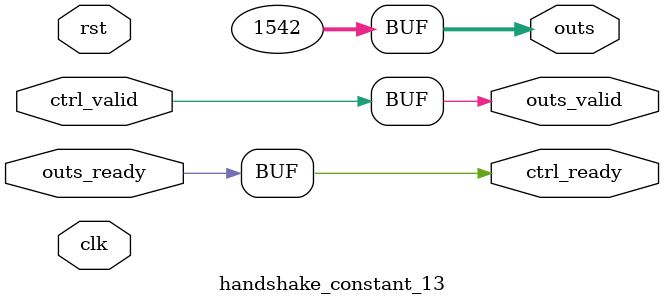
<source format=v>
`timescale 1ns / 1ps
module handshake_constant_13 #(
  parameter DATA_WIDTH = 32  // Default set to 32 bits
) (
  input                       clk,
  input                       rst,
  // Input Channel
  input                       ctrl_valid,
  output                      ctrl_ready,
  // Output Channel
  output [DATA_WIDTH - 1 : 0] outs,
  output                      outs_valid,
  input                       outs_ready
);
  assign outs       = 12'b011000000110;
  assign outs_valid = ctrl_valid;
  assign ctrl_ready = outs_ready;

endmodule

</source>
